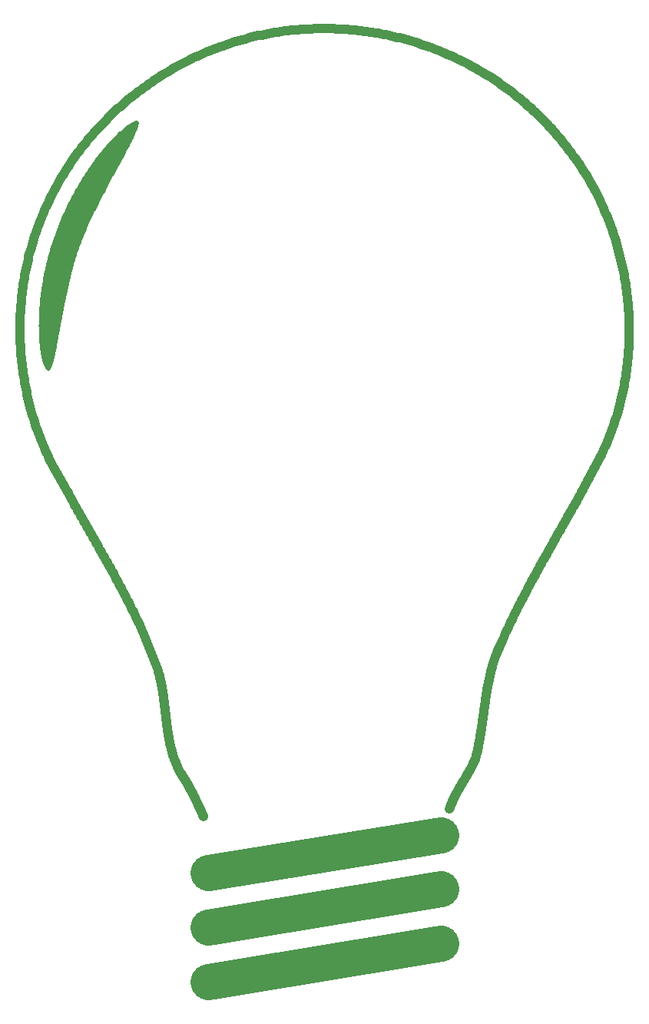
<source format=gto>
G04                                                      *
G04 Greetings!                                           *
G04 This Gerber was generated by PCBmodE, an open source *
G04 PCB design software. Get it here:                    *
G04                                                      *
G04   http://pcbmode.com                                 *
G04                                                      *
G04 Also visit                                           *
G04                                                      *
G04   http://boldport.com                                *
G04                                                      *
G04 and follow @boldport / @pcbmode for updates!         *
G04                                                      *

G04 leading zeros omitted (L); absolute data (A); 6 integer digits and 6 fractional digits *
%FSLAX66Y66*%

G04 mode (MO): millimeters (MM) *
%MOMM*%

G04 Aperture definitions *
%ADD10C,0.001X*%
%ADD11C,0.001X*%
%ADD20C,1.00X*%
%ADD21C,4.00X*%

%LPD*%
D20*
G01X49359646Y-88055410D02*
G01X49359646Y-88055410D01*
G01X49384369Y-87988363D01*
G01X49409230Y-87922013D01*
G01X49434228Y-87856346D01*
G01X49459360Y-87791347D01*
G01X49484626Y-87727004D01*
G01X49510023Y-87663303D01*
G01X49535548Y-87600230D01*
G01X49561201Y-87537772D01*
G01X49586979Y-87475914D01*
G01X49612880Y-87414644D01*
G01X49638903Y-87353947D01*
G01X49665045Y-87293810D01*
G01X49691304Y-87234219D01*
G01X49717679Y-87175161D01*
G01X49744168Y-87116621D01*
G01X49770769Y-87058587D01*
G01X49797479Y-87001044D01*
G01X49824298Y-86943979D01*
G01X49851222Y-86887379D01*
G01X49878250Y-86831228D01*
G01X49905381Y-86775515D01*
G01X49932612Y-86720225D01*
G01X49959941Y-86665345D01*
G01X49987366Y-86610860D01*
G01X50014887Y-86556758D01*
G01X50042499Y-86503024D01*
G01X50070202Y-86449645D01*
G01X50097994Y-86396608D01*
G01X50125873Y-86343898D01*
G01X50153837Y-86291502D01*
G01X50181884Y-86239406D01*
G01X50210011Y-86187597D01*
G01X50238218Y-86136061D01*
G01X50266502Y-86084784D01*
G01X50294861Y-86033753D01*
G01X50323294Y-85982954D01*
G01X50351798Y-85932373D01*
G01X50380372Y-85881997D01*
G01X50409013Y-85831811D01*
G01X50437720Y-85781803D01*
G01X50466491Y-85731959D01*
G01X50495324Y-85682265D01*
G01X50524216Y-85632707D01*
G01X50553167Y-85583272D01*
G01X50582173Y-85533945D01*
G01X50611234Y-85484714D01*
G01X50640347Y-85435565D01*
G01X50669511Y-85386484D01*
G01X50698722Y-85337457D01*
G01X50727981Y-85288471D01*
G01X50757284Y-85239512D01*
G01X50786629Y-85190567D01*
G01X50816015Y-85141621D01*
G01X50845441Y-85092661D01*
G01X50874903Y-85043673D01*
G01X50904399Y-84994645D01*
G01X50933929Y-84945561D01*
G01X50963491Y-84896409D01*
G01X50993081Y-84847174D01*
G01X51022699Y-84797844D01*
G01X51052342Y-84748404D01*
G01X51082008Y-84698841D01*
G01X51111696Y-84649141D01*
G01X51141404Y-84599291D01*
G01X51171129Y-84549276D01*
G01X51200870Y-84499083D01*
G01X51230625Y-84448699D01*
G01X51260392Y-84398110D01*
G01X51290169Y-84347302D01*
G01X51319954Y-84296261D01*
G01X51349746Y-84244974D01*
G01X51379541Y-84193427D01*
G01X51409339Y-84141607D01*
G01X51439137Y-84089500D01*
G01X51468934Y-84037091D01*
G01X51498727Y-83984369D01*
G01X51528515Y-83931318D01*
G01X51558296Y-83877925D01*
G01X51588068Y-83824177D01*
G01X51617828Y-83770060D01*
G01X51647576Y-83715560D01*
G01X51677308Y-83660663D01*
G01X51707024Y-83605357D01*
G01X51736721Y-83549626D01*
G01X51766397Y-83493459D01*
G01X51796051Y-83436840D01*
G01X51825680Y-83379756D01*
G01X51855283Y-83322194D01*
G01X51884857Y-83264140D01*
G01X51914401Y-83205580D01*
G01X51943912Y-83146501D01*
G01X51973390Y-83086888D01*
G01X52002832Y-83026729D01*
G01X52032235Y-82966010D01*
G01X52061599Y-82904716D01*
G01X52090921Y-82842835D01*
G01X52120199Y-82780353D01*
G01X52149432Y-82717255D01*
G01X52178617Y-82653529D01*
G01X52207752Y-82589160D01*
G01X52207752Y-82589160D01*
G01X52207752Y-82589160D01*
G01X52242158Y-82460241D01*
G01X52275712Y-82331117D01*
G01X52308437Y-82201792D01*
G01X52340356Y-82072274D01*
G01X52371491Y-81942566D01*
G01X52401866Y-81812676D01*
G01X52431504Y-81682608D01*
G01X52460427Y-81552369D01*
G01X52488660Y-81421964D01*
G01X52516225Y-81291399D01*
G01X52543144Y-81160679D01*
G01X52569442Y-81029811D01*
G01X52595141Y-80898799D01*
G01X52620264Y-80767650D01*
G01X52644835Y-80636369D01*
G01X52668875Y-80504963D01*
G01X52692409Y-80373436D01*
G01X52715459Y-80241794D01*
G01X52738049Y-80110043D01*
G01X52760201Y-79978189D01*
G01X52781938Y-79846238D01*
G01X52803284Y-79714195D01*
G01X52824262Y-79582065D01*
G01X52844894Y-79449855D01*
G01X52865203Y-79317570D01*
G01X52885214Y-79185216D01*
G01X52904948Y-79052799D01*
G01X52924429Y-78920324D01*
G01X52943680Y-78787797D01*
G01X52962723Y-78655224D01*
G01X52981583Y-78522610D01*
G01X53000281Y-78389961D01*
G01X53018841Y-78257282D01*
G01X53037287Y-78124581D01*
G01X53055640Y-77991861D01*
G01X53073925Y-77859129D01*
G01X53092164Y-77726391D01*
G01X53110380Y-77593651D01*
G01X53128596Y-77460917D01*
G01X53146835Y-77328193D01*
G01X53165121Y-77195486D01*
G01X53183477Y-77062800D01*
G01X53201924Y-76930142D01*
G01X53220487Y-76797518D01*
G01X53239189Y-76664933D01*
G01X53258052Y-76532392D01*
G01X53277100Y-76399901D01*
G01X53296355Y-76267467D01*
G01X53315841Y-76135095D01*
G01X53335581Y-76002790D01*
G01X53355598Y-75870558D01*
G01X53375914Y-75738405D01*
G01X53396553Y-75606337D01*
G01X53417538Y-75474359D01*
G01X53438892Y-75342477D01*
G01X53460638Y-75210697D01*
G01X53482799Y-75079024D01*
G01X53505398Y-74947464D01*
G01X53528459Y-74816022D01*
G01X53552003Y-74684706D01*
G01X53576055Y-74553519D01*
G01X53600637Y-74422468D01*
G01X53625772Y-74291558D01*
G01X53651483Y-74160796D01*
G01X53677794Y-74030186D01*
G01X53704727Y-73899736D01*
G01X53732306Y-73769449D01*
G01X53760553Y-73639332D01*
G01X53789492Y-73509391D01*
G01X53819145Y-73379632D01*
G01X53849536Y-73250059D01*
G01X53880688Y-73120679D01*
G01X53912623Y-72991497D01*
G01X53945365Y-72862520D01*
G01X53978937Y-72733752D01*
G01X54013362Y-72605200D01*
G01X54048663Y-72476869D01*
G01X54084862Y-72348765D01*
G01X54121984Y-72220893D01*
G01X54160050Y-72093260D01*
G01X54199085Y-71965870D01*
G01X54239111Y-71838731D01*
G01X54280151Y-71711846D01*
G01X54322228Y-71585223D01*
G01X54365365Y-71458866D01*
G01X54409586Y-71332782D01*
G01X54454913Y-71206975D01*
G01X54501369Y-71081453D01*
G01X54548978Y-70956220D01*
G01X54597762Y-70831282D01*
G01X54647745Y-70706645D01*
G01X54698949Y-70582315D01*
G01X54751398Y-70458296D01*
G01X54805114Y-70334596D01*
G01X54860122Y-70211220D01*
G01X54916443Y-70088172D01*
G01X54974100Y-69965460D01*
G01X55033118Y-69843088D01*
G01X55093518Y-69721063D01*
G01X55155324Y-69599390D01*
G01X55155324Y-69599390D01*
G01X55155324Y-69599390D01*
G01X55252186Y-69380118D01*
G01X55349783Y-69161222D01*
G01X55448101Y-68942695D01*
G01X55547128Y-68724531D01*
G01X55646851Y-68506723D01*
G01X55747256Y-68289265D01*
G01X55848332Y-68072151D01*
G01X55950064Y-67855372D01*
G01X56052441Y-67638924D01*
G01X56155448Y-67422798D01*
G01X56259074Y-67206990D01*
G01X56363305Y-66991492D01*
G01X56468128Y-66776297D01*
G01X56573531Y-66561399D01*
G01X56679500Y-66346792D01*
G01X56786023Y-66132469D01*
G01X56893087Y-65918423D01*
G01X57000679Y-65704647D01*
G01X57108785Y-65491136D01*
G01X57217394Y-65277882D01*
G01X57326491Y-65064879D01*
G01X57436065Y-64852120D01*
G01X57546102Y-64639600D01*
G01X57656589Y-64427310D01*
G01X57767513Y-64215245D01*
G01X57878862Y-64003398D01*
G01X57990623Y-63791763D01*
G01X58102782Y-63580332D01*
G01X58215327Y-63369100D01*
G01X58328245Y-63158059D01*
G01X58441522Y-62947203D01*
G01X58555147Y-62736526D01*
G01X58669105Y-62526021D01*
G01X58783385Y-62315682D01*
G01X58897973Y-62105501D01*
G01X59012856Y-61895472D01*
G01X59128022Y-61685589D01*
G01X59243457Y-61475845D01*
G01X59359149Y-61266234D01*
G01X59475084Y-61056748D01*
G01X59591250Y-60847382D01*
G01X59707634Y-60638128D01*
G01X59824223Y-60428981D01*
G01X59941004Y-60219933D01*
G01X60057964Y-60010978D01*
G01X60175090Y-59802109D01*
G01X60292369Y-59593321D01*
G01X60409788Y-59384605D01*
G01X60527335Y-59175956D01*
G01X60644996Y-58967368D01*
G01X60762759Y-58758832D01*
G01X60880611Y-58550344D01*
G01X60998538Y-58341896D01*
G01X61116528Y-58133482D01*
G01X61234568Y-57925095D01*
G01X61352645Y-57716728D01*
G01X61470746Y-57508375D01*
G01X61588858Y-57300030D01*
G01X61706969Y-57091686D01*
G01X61825064Y-56883336D01*
G01X61943132Y-56674974D01*
G01X62061160Y-56466592D01*
G01X62179134Y-56258186D01*
G01X62297042Y-56049747D01*
G01X62414870Y-55841270D01*
G01X62532607Y-55632747D01*
G01X62650238Y-55424172D01*
G01X62767751Y-55215539D01*
G01X62885133Y-55006842D01*
G01X63002372Y-54798072D01*
G01X63119454Y-54589225D01*
G01X63236365Y-54380292D01*
G01X63353095Y-54171269D01*
G01X63469629Y-53962147D01*
G01X63585954Y-53752921D01*
G01X63702058Y-53543584D01*
G01X63817928Y-53334130D01*
G01X63933550Y-53124551D01*
G01X64048913Y-52914841D01*
G01X64164002Y-52704994D01*
G01X64278806Y-52495003D01*
G01X64393311Y-52284862D01*
G01X64507504Y-52074563D01*
G01X64621372Y-51864101D01*
G01X64734902Y-51653468D01*
G01X64848083Y-51442659D01*
G01X64960899Y-51231666D01*
G01X65073340Y-51020483D01*
G01X65185391Y-50809103D01*
G01X65297040Y-50597521D01*
G01X65408273Y-50385728D01*
G01X65519079Y-50173719D01*
G01X65629444Y-49961487D01*
G01X65739355Y-49749026D01*
G01X65848799Y-49536329D01*
G01X65957764Y-49323389D01*
G01X66066236Y-49110199D01*
G01X66174202Y-48896754D01*
G01X66281650Y-48683047D01*
G01X66388567Y-48469070D01*
G01X66388567Y-48469070D01*
G01X66388567Y-48469070D01*
G01X66532494Y-48146695D01*
G01X66672545Y-47822834D01*
G01X66808724Y-47497526D01*
G01X66941037Y-47170810D01*
G01X67069487Y-46842726D01*
G01X67194080Y-46513314D01*
G01X67314821Y-46182612D01*
G01X67431715Y-45850659D01*
G01X67544765Y-45517496D01*
G01X67653978Y-45183161D01*
G01X67759357Y-44847694D01*
G01X67860908Y-44511134D01*
G01X67958635Y-44173521D01*
G01X68052544Y-43834893D01*
G01X68142638Y-43495290D01*
G01X68228924Y-43154752D01*
G01X68311405Y-42813317D01*
G01X68390086Y-42471025D01*
G01X68464972Y-42127916D01*
G01X68536069Y-41784028D01*
G01X68603380Y-41439402D01*
G01X68666911Y-41094075D01*
G01X68726666Y-40748089D01*
G01X68782650Y-40401481D01*
G01X68834868Y-40054291D01*
G01X68883325Y-39706559D01*
G01X68928026Y-39358325D01*
G01X68968975Y-39009626D01*
G01X69006177Y-38660503D01*
G01X69039637Y-38310994D01*
G01X69069359Y-37961140D01*
G01X69095349Y-37610980D01*
G01X69117612Y-37260552D01*
G01X69136151Y-36909897D01*
G01X69150973Y-36559053D01*
G01X69162081Y-36208060D01*
G01X69169481Y-35856957D01*
G01X69173177Y-35505783D01*
G01X69173174Y-35154578D01*
G01X69169477Y-34803382D01*
G01X69162091Y-34452233D01*
G01X69151020Y-34101170D01*
G01X69136269Y-33750234D01*
G01X69117844Y-33399463D01*
G01X69095748Y-33048897D01*
G01X69069987Y-32698575D01*
G01X69040566Y-32348536D01*
G01X69007488Y-31998820D01*
G01X68970760Y-31649466D01*
G01X68930386Y-31300514D01*
G01X68886370Y-30952002D01*
G01X68838718Y-30603970D01*
G01X68787434Y-30256457D01*
G01X68732523Y-29909503D01*
G01X68673990Y-29563147D01*
G01X68611839Y-29217429D01*
G01X68546076Y-28872386D01*
G01X68476705Y-28528060D01*
G01X68403731Y-28184489D01*
G01X68327159Y-27841713D01*
G01X68246994Y-27499771D01*
G01X68163240Y-27158701D01*
G01X68075902Y-26818545D01*
G01X67984985Y-26479340D01*
G01X67890494Y-26141126D01*
G01X67792433Y-25803943D01*
G01X67690808Y-25467830D01*
G01X67585623Y-25132826D01*
G01X67476883Y-24798970D01*
G01X67364593Y-24466302D01*
G01X67248757Y-24134862D01*
G01X67129381Y-23804687D01*
G01X67006469Y-23475819D01*
G01X66880026Y-23148296D01*
G01X66750056Y-22822157D01*
G01X66616565Y-22497442D01*
G01X66479558Y-22174189D01*
G01X66339038Y-21852440D01*
G01X66195012Y-21532232D01*
G01X66047483Y-21213605D01*
G01X65896457Y-20896598D01*
G01X65741938Y-20581251D01*
G01X65583931Y-20267603D01*
G01X65422441Y-19955694D01*
G01X65257473Y-19645562D01*
G01X65089032Y-19337247D01*
G01X64917121Y-19030788D01*
G01X64741747Y-18726225D01*
G01X64562914Y-18423597D01*
G01X64380626Y-18122943D01*
G01X64194889Y-17824303D01*
G01X64005707Y-17527715D01*
G01X63813085Y-17233220D01*
G01X63617028Y-16940857D01*
G01X63417541Y-16650664D01*
G01X63214628Y-16362681D01*
G01X63008294Y-16076949D01*
G01X62798545Y-15793504D01*
G01X62585384Y-15512388D01*
G01X62368817Y-15233640D01*
G01X62368817Y-15233640D01*
G01X62368817Y-15233640D01*
G01X62177929Y-14986346D01*
G01X61984823Y-14741073D01*
G01X61789521Y-14497831D01*
G01X61592042Y-14256628D01*
G01X61392408Y-14017475D01*
G01X61190638Y-13780382D01*
G01X60986753Y-13545358D01*
G01X60780774Y-13312413D01*
G01X60572721Y-13081557D01*
G01X60362614Y-12852800D01*
G01X60150474Y-12626151D01*
G01X59936322Y-12401620D01*
G01X59720177Y-12179216D01*
G01X59502060Y-11958951D01*
G01X59281992Y-11740833D01*
G01X59059993Y-11524871D01*
G01X58836084Y-11311077D01*
G01X58610285Y-11099459D01*
G01X58382616Y-10890028D01*
G01X58153098Y-10682793D01*
G01X57921752Y-10477763D01*
G01X57688597Y-10274949D01*
G01X57453655Y-10074361D01*
G01X57216945Y-9876007D01*
G01X56978489Y-9679898D01*
G01X56738306Y-9486044D01*
G01X56496417Y-9294455D01*
G01X56252843Y-9105139D01*
G01X56007604Y-8918107D01*
G01X55760720Y-8733369D01*
G01X55512212Y-8550934D01*
G01X55262101Y-8370812D01*
G01X55010406Y-8193013D01*
G01X54757148Y-8017546D01*
G01X54502348Y-7844422D01*
G01X54246027Y-7673650D01*
G01X53988203Y-7505240D01*
G01X53728899Y-7339201D01*
G01X53468134Y-7175544D01*
G01X53205930Y-7014278D01*
G01X52942305Y-6855413D01*
G01X52677282Y-6698958D01*
G01X52410879Y-6544923D01*
G01X52143119Y-6393319D01*
G01X51874021Y-6244154D01*
G01X51603605Y-6097439D01*
G01X51331892Y-5953184D01*
G01X51058903Y-5811397D01*
G01X50784658Y-5672089D01*
G01X50509177Y-5535270D01*
G01X50232481Y-5400949D01*
G01X49954591Y-5269136D01*
G01X49675526Y-5139841D01*
G01X49395308Y-5013074D01*
G01X49113956Y-4888844D01*
G01X48831491Y-4767161D01*
G01X48547934Y-4648035D01*
G01X48263305Y-4531475D01*
G01X47977624Y-4417492D01*
G01X47690913Y-4306095D01*
G01X47403190Y-4197294D01*
G01X47114478Y-4091098D01*
G01X46824796Y-3987517D01*
G01X46534164Y-3886562D01*
G01X46242604Y-3788241D01*
G01X45950136Y-3692566D01*
G01X45656779Y-3599544D01*
G01X45362555Y-3509186D01*
G01X45067484Y-3421503D01*
G01X44771587Y-3336502D01*
G01X44474883Y-3254196D01*
G01X44177394Y-3174592D01*
G01X43879139Y-3097701D01*
G01X43580140Y-3023533D01*
G01X43280416Y-2952097D01*
G01X42979989Y-2883403D01*
G01X42678878Y-2817460D01*
G01X42377104Y-2754280D01*
G01X42074688Y-2693871D01*
G01X41771649Y-2636243D01*
G01X41468009Y-2581405D01*
G01X41163788Y-2529368D01*
G01X40859006Y-2480142D01*
G01X40553684Y-2433736D01*
G01X40247842Y-2390159D01*
G01X39941501Y-2349422D01*
G01X39634680Y-2311535D01*
G01X39327402Y-2276506D01*
G01X39019685Y-2244346D01*
G01X38711551Y-2215065D01*
G01X38403019Y-2188672D01*
G01X38094111Y-2165178D01*
G01X37784847Y-2144591D01*
G01X37475247Y-2126921D01*
G01X37165332Y-2112179D01*
G01X36855121Y-2100374D01*
G01X36544637Y-2091516D01*
G01X36233898Y-2085614D01*
G01X35922926Y-2082679D01*
G01X35611741Y-2082720D01*
G01X35611741Y-2082720D01*
G01X35611741Y-2082720D01*
G01X35241958Y-2080230D01*
G01X34872378Y-2082169D01*
G01X34503039Y-2088514D01*
G01X34133979Y-2099245D01*
G01X33765233Y-2114338D01*
G01X33396841Y-2133773D01*
G01X33028837Y-2157526D01*
G01X32661261Y-2185575D01*
G01X32294149Y-2217900D01*
G01X31927538Y-2254476D01*
G01X31561466Y-2295284D01*
G01X31195969Y-2340300D01*
G01X30831085Y-2389502D01*
G01X30466851Y-2442868D01*
G01X30103305Y-2500377D01*
G01X29740483Y-2562006D01*
G01X29378422Y-2627734D01*
G01X29017161Y-2697537D01*
G01X28656735Y-2771395D01*
G01X28297183Y-2849284D01*
G01X27938541Y-2931184D01*
G01X27580847Y-3017071D01*
G01X27224137Y-3106924D01*
G01X26868450Y-3200722D01*
G01X26513822Y-3298440D01*
G01X26160290Y-3400059D01*
G01X25807892Y-3505555D01*
G01X25456665Y-3614907D01*
G01X25106645Y-3728092D01*
G01X24757871Y-3845089D01*
G01X24410380Y-3965875D01*
G01X24064208Y-4090428D01*
G01X23719392Y-4218727D01*
G01X23375971Y-4350749D01*
G01X23033981Y-4486472D01*
G01X22693459Y-4625875D01*
G01X22354443Y-4768934D01*
G01X22016970Y-4915629D01*
G01X21681076Y-5065936D01*
G01X21346800Y-5219835D01*
G01X21014178Y-5377302D01*
G01X20683248Y-5538316D01*
G01X20354046Y-5702855D01*
G01X20026611Y-5870896D01*
G01X19700978Y-6042419D01*
G01X19377186Y-6217399D01*
G01X19055272Y-6395817D01*
G01X18735272Y-6577649D01*
G01X18417224Y-6762873D01*
G01X18101165Y-6951467D01*
G01X17787133Y-7143410D01*
G01X17475164Y-7338680D01*
G01X17165296Y-7537253D01*
G01X16857566Y-7739109D01*
G01X16552010Y-7944224D01*
G01X16248668Y-8152578D01*
G01X15947574Y-8364148D01*
G01X15648768Y-8578911D01*
G01X15352285Y-8796847D01*
G01X15058163Y-9017932D01*
G01X14766440Y-9242145D01*
G01X14477152Y-9469464D01*
G01X14190337Y-9699866D01*
G01X13906032Y-9933331D01*
G01X13624273Y-10169834D01*
G01X13345099Y-10409355D01*
G01X13068547Y-10651872D01*
G01X12794653Y-10897362D01*
G01X12523455Y-11145803D01*
G01X12254990Y-11397174D01*
G01X11989296Y-11651451D01*
G01X11726408Y-11908614D01*
G01X11466366Y-12168640D01*
G01X11209205Y-12431507D01*
G01X10954964Y-12697193D01*
G01X10703678Y-12965676D01*
G01X10455386Y-13236934D01*
G01X10210125Y-13510945D01*
G01X9967931Y-13787687D01*
G01X9728843Y-14067137D01*
G01X9492896Y-14349274D01*
G01X9260130Y-14634075D01*
G01X9030579Y-14921520D01*
G01X8804283Y-15211584D01*
G01X8581277Y-15504247D01*
G01X8361600Y-15799487D01*
G01X8145288Y-16097281D01*
G01X7932379Y-16397607D01*
G01X7722909Y-16700443D01*
G01X7516917Y-17005767D01*
G01X7314439Y-17313558D01*
G01X7115512Y-17623793D01*
G01X6920173Y-17936449D01*
G01X6728461Y-18251506D01*
G01X6540411Y-18568941D01*
G01X6356061Y-18888731D01*
G01X6175449Y-19210855D01*
G01X5998612Y-19535291D01*
G01X5825586Y-19862017D01*
G01X5656409Y-20191010D01*
G01X5656409Y-20191010D01*
G01X5656409Y-20191010D01*
G01X5497432Y-20495429D01*
G01X5342040Y-20801463D01*
G01X5190229Y-21109076D01*
G01X5041998Y-21418233D01*
G01X4897343Y-21728898D01*
G01X4756262Y-22041034D01*
G01X4618753Y-22354605D01*
G01X4484813Y-22669576D01*
G01X4354439Y-22985911D01*
G01X4227629Y-23303573D01*
G01X4104381Y-23622526D01*
G01X3984691Y-23942735D01*
G01X3868558Y-24264164D01*
G01X3755979Y-24586775D01*
G01X3646950Y-24910535D01*
G01X3541471Y-25235406D01*
G01X3439537Y-25561352D01*
G01X3341147Y-25888338D01*
G01X3246298Y-26216327D01*
G01X3154987Y-26545283D01*
G01X3067212Y-26875171D01*
G01X2982970Y-27205955D01*
G01X2902260Y-27537598D01*
G01X2825077Y-27870064D01*
G01X2751420Y-28203318D01*
G01X2681286Y-28537323D01*
G01X2614673Y-28872044D01*
G01X2551578Y-29207444D01*
G01X2491998Y-29543488D01*
G01X2435932Y-29880138D01*
G01X2383375Y-30217361D01*
G01X2334327Y-30555119D01*
G01X2288784Y-30893376D01*
G01X2246743Y-31232096D01*
G01X2208203Y-31571244D01*
G01X2173160Y-31910784D01*
G01X2141613Y-32250679D01*
G01X2113558Y-32590893D01*
G01X2088993Y-32931390D01*
G01X2067915Y-33272135D01*
G01X2050322Y-33613092D01*
G01X2036212Y-33954224D01*
G01X2025581Y-34295495D01*
G01X2018428Y-34636869D01*
G01X2014749Y-34978311D01*
G01X2014543Y-35319784D01*
G01X2017806Y-35661253D01*
G01X2024536Y-36002681D01*
G01X2034731Y-36344032D01*
G01X2048387Y-36685271D01*
G01X2065503Y-37026361D01*
G01X2086076Y-37367267D01*
G01X2110103Y-37707952D01*
G01X2137582Y-38048380D01*
G01X2168510Y-38388515D01*
G01X2202885Y-38728322D01*
G01X2240703Y-39067764D01*
G01X2281964Y-39406806D01*
G01X2326663Y-39745411D01*
G01X2374799Y-40083543D01*
G01X2426368Y-40421166D01*
G01X2481369Y-40758245D01*
G01X2539799Y-41094744D01*
G01X2601655Y-41430625D01*
G01X2666935Y-41765854D01*
G01X2735636Y-42100394D01*
G01X2807756Y-42434209D01*
G01X2883291Y-42767264D01*
G01X2962240Y-43099522D01*
G01X3044601Y-43430948D01*
G01X3130369Y-43761504D01*
G01X3219543Y-44091156D01*
G01X3312121Y-44419868D01*
G01X3408099Y-44747602D01*
G01X3507476Y-45074324D01*
G01X3610248Y-45399997D01*
G01X3716414Y-45724585D01*
G01X3825970Y-46048053D01*
G01X3938914Y-46370364D01*
G01X4055243Y-46691482D01*
G01X4174955Y-47011372D01*
G01X4298048Y-47329997D01*
G01X4424519Y-47647321D01*
G01X4554364Y-47963308D01*
G01X4687583Y-48277923D01*
G01X4824172Y-48591128D01*
G01X4964128Y-48902889D01*
G01X5107449Y-49213170D01*
G01X5254133Y-49521933D01*
G01X5404177Y-49829144D01*
G01X5557578Y-50134766D01*
G01X5714334Y-50438763D01*
G01X5874443Y-50741100D01*
G01X6037901Y-51041740D01*
G01X6204707Y-51340647D01*
G01X6374857Y-51637785D01*
G01X6548349Y-51933118D01*
G01X6725181Y-52226611D01*
G01X6905350Y-52518227D01*
G01X7088853Y-52807930D01*
G01X7088853Y-52807930D01*
G01X7088853Y-52807930D01*
G01X7195755Y-53007354D01*
G01X7303060Y-53206620D01*
G01X7410754Y-53405737D01*
G01X7518822Y-53604710D01*
G01X7627247Y-53803545D01*
G01X7736014Y-54002250D01*
G01X7845109Y-54200831D01*
G01X7954515Y-54399295D01*
G01X8064217Y-54597648D01*
G01X8174200Y-54795896D01*
G01X8284448Y-54994047D01*
G01X8394947Y-55192107D01*
G01X8505680Y-55390082D01*
G01X8616632Y-55587979D01*
G01X8727788Y-55785804D01*
G01X8839133Y-55983565D01*
G01X8950650Y-56181267D01*
G01X9062325Y-56378918D01*
G01X9174143Y-56576524D01*
G01X9286087Y-56774090D01*
G01X9398143Y-56971625D01*
G01X9510294Y-57169135D01*
G01X9622527Y-57366625D01*
G01X9734824Y-57564103D01*
G01X9847172Y-57761576D01*
G01X9959554Y-57959049D01*
G01X10071955Y-58156530D01*
G01X10184360Y-58354024D01*
G01X10296753Y-58551539D01*
G01X10409119Y-58749081D01*
G01X10521442Y-58946657D01*
G01X10633708Y-59144273D01*
G01X10745900Y-59341936D01*
G01X10858004Y-59539652D01*
G01X10970003Y-59737428D01*
G01X11081883Y-59935271D01*
G01X11193628Y-60133187D01*
G01X11305223Y-60331182D01*
G01X11416652Y-60529264D01*
G01X11527901Y-60727438D01*
G01X11638952Y-60925711D01*
G01X11749792Y-61124091D01*
G01X11860405Y-61322583D01*
G01X11970775Y-61521194D01*
G01X12080887Y-61719931D01*
G01X12190725Y-61918800D01*
G01X12300275Y-62117808D01*
G01X12409521Y-62316961D01*
G01X12518447Y-62516265D01*
G01X12627038Y-62715729D01*
G01X12735278Y-62915357D01*
G01X12843153Y-63115157D01*
G01X12950646Y-63315135D01*
G01X13057743Y-63515298D01*
G01X13164428Y-63715652D01*
G01X13270686Y-63916204D01*
G01X13376500Y-64116961D01*
G01X13481857Y-64317929D01*
G01X13586740Y-64519114D01*
G01X13691134Y-64720523D01*
G01X13795024Y-64922163D01*
G01X13898394Y-65124040D01*
G01X14001229Y-65326161D01*
G01X14103513Y-65528533D01*
G01X14205232Y-65731162D01*
G01X14306369Y-65934054D01*
G01X14406909Y-66137216D01*
G01X14506837Y-66340655D01*
G01X14606138Y-66544377D01*
G01X14704796Y-66748389D01*
G01X14802795Y-66952698D01*
G01X14900121Y-67157309D01*
G01X14996758Y-67362230D01*
G01X15092690Y-67567468D01*
G01X15187902Y-67773027D01*
G01X15282379Y-67978916D01*
G01X15376106Y-68185141D01*
G01X15469066Y-68391709D01*
G01X15561245Y-68598625D01*
G01X15652627Y-68805897D01*
G01X15743197Y-69013531D01*
G01X15832939Y-69221533D01*
G01X15921838Y-69429911D01*
G01X16009879Y-69638671D01*
G01X16097045Y-69847819D01*
G01X16183323Y-70057361D01*
G01X16268696Y-70267306D01*
G01X16353149Y-70477658D01*
G01X16436666Y-70688426D01*
G01X16519233Y-70899614D01*
G01X16600834Y-71111230D01*
G01X16681453Y-71323281D01*
G01X16761075Y-71535772D01*
G01X16839684Y-71748711D01*
G01X16917266Y-71962104D01*
G01X16993804Y-72175958D01*
G01X17069284Y-72390279D01*
G01X17143690Y-72605073D01*
G01X17217007Y-72820348D01*
G01X17289219Y-73036110D01*
G01X17289219Y-73036110D01*
G01X17289219Y-73036110D01*
G01X17319825Y-73143757D01*
G01X17349547Y-73251647D01*
G01X17378408Y-73359772D01*
G01X17406431Y-73468128D01*
G01X17433638Y-73576707D01*
G01X17460051Y-73685503D01*
G01X17485695Y-73794510D01*
G01X17510590Y-73903721D01*
G01X17534760Y-74013130D01*
G01X17558227Y-74122730D01*
G01X17581013Y-74232516D01*
G01X17603142Y-74342480D01*
G01X17624637Y-74452617D01*
G01X17645518Y-74562920D01*
G01X17665810Y-74673383D01*
G01X17685534Y-74783999D01*
G01X17704714Y-74894762D01*
G01X17723372Y-75005665D01*
G01X17741530Y-75116703D01*
G01X17759212Y-75227868D01*
G01X17776439Y-75339155D01*
G01X17793234Y-75450557D01*
G01X17809621Y-75562067D01*
G01X17825621Y-75673680D01*
G01X17841257Y-75785389D01*
G01X17856551Y-75897187D01*
G01X17871527Y-76009068D01*
G01X17886207Y-76121027D01*
G01X17900613Y-76233055D01*
G01X17914768Y-76345148D01*
G01X17928695Y-76457298D01*
G01X17942416Y-76569500D01*
G01X17955954Y-76681746D01*
G01X17969331Y-76794031D01*
G01X17982571Y-76906349D01*
G01X17995695Y-77018692D01*
G01X18008726Y-77131054D01*
G01X18021687Y-77243430D01*
G01X18034600Y-77355812D01*
G01X18047488Y-77468194D01*
G01X18060374Y-77580570D01*
G01X18073280Y-77692934D01*
G01X18086229Y-77805279D01*
G01X18099243Y-77917599D01*
G01X18112346Y-78029887D01*
G01X18125558Y-78142138D01*
G01X18138904Y-78254343D01*
G01X18152406Y-78366499D01*
G01X18166085Y-78478597D01*
G01X18179966Y-78590631D01*
G01X18194070Y-78702596D01*
G01X18208421Y-78814485D01*
G01X18223040Y-78926290D01*
G01X18237950Y-79038007D01*
G01X18253174Y-79149629D01*
G01X18268735Y-79261149D01*
G01X18284655Y-79372561D01*
G01X18300956Y-79483858D01*
G01X18317662Y-79595034D01*
G01X18334794Y-79706083D01*
G01X18352376Y-79816999D01*
G01X18370430Y-79927775D01*
G01X18388979Y-80038404D01*
G01X18408045Y-80148880D01*
G01X18427650Y-80259198D01*
G01X18447818Y-80369350D01*
G01X18468571Y-80479330D01*
G01X18489932Y-80589132D01*
G01X18511923Y-80698749D01*
G01X18534566Y-80808175D01*
G01X18557885Y-80917404D01*
G01X18581902Y-81026429D01*
G01X18606639Y-81135244D01*
G01X18632120Y-81243843D01*
G01X18658366Y-81352218D01*
G01X18685401Y-81460365D01*
G01X18713247Y-81568276D01*
G01X18741926Y-81675944D01*
G01X18771461Y-81783365D01*
G01X18801875Y-81890530D01*
G01X18833190Y-81997435D01*
G01X18865429Y-82104072D01*
G01X18898615Y-82210435D01*
G01X18932770Y-82316518D01*
G01X18967916Y-82422315D01*
G01X19004077Y-82527818D01*
G01X19041274Y-82633022D01*
G01X19079531Y-82737920D01*
G01X19118870Y-82842506D01*
G01X19159314Y-82946774D01*
G01X19200885Y-83050717D01*
G01X19243605Y-83154328D01*
G01X19287499Y-83257602D01*
G01X19332587Y-83360532D01*
G01X19378892Y-83463111D01*
G01X19426438Y-83565334D01*
G01X19475247Y-83667194D01*
G01X19525341Y-83768684D01*
G01X19576743Y-83869798D01*
G01X19629476Y-83970530D01*
G01X19629476Y-83970530D01*
G01X19629476Y-83970530D01*
G01X19660886Y-84016991D01*
G01X19692162Y-84063536D01*
G01X19723304Y-84110166D01*
G01X19754313Y-84156879D01*
G01X19785190Y-84203675D01*
G01X19815936Y-84250553D01*
G01X19846552Y-84297512D01*
G01X19877038Y-84344552D01*
G01X19907397Y-84391672D01*
G01X19937627Y-84438871D01*
G01X19967731Y-84486148D01*
G01X19997709Y-84533503D01*
G01X20027562Y-84580935D01*
G01X20057291Y-84628443D01*
G01X20086896Y-84676027D01*
G01X20116379Y-84723686D01*
G01X20145741Y-84771418D01*
G01X20174982Y-84819224D01*
G01X20204103Y-84867103D01*
G01X20233105Y-84915054D01*
G01X20261989Y-84963075D01*
G01X20290756Y-85011167D01*
G01X20319407Y-85059329D01*
G01X20347942Y-85107560D01*
G01X20376363Y-85155859D01*
G01X20404669Y-85204226D01*
G01X20432863Y-85252659D01*
G01X20460945Y-85301158D01*
G01X20488916Y-85349723D01*
G01X20516777Y-85398353D01*
G01X20544528Y-85447046D01*
G01X20572170Y-85495803D01*
G01X20599705Y-85544622D01*
G01X20627133Y-85593503D01*
G01X20654456Y-85642444D01*
G01X20681673Y-85691446D01*
G01X20708786Y-85740508D01*
G01X20735795Y-85789628D01*
G01X20762703Y-85838807D01*
G01X20789508Y-85888043D01*
G01X20816213Y-85937336D01*
G01X20842818Y-85986684D01*
G01X20869324Y-86036088D01*
G01X20895732Y-86085546D01*
G01X20922042Y-86135058D01*
G01X20948256Y-86184623D01*
G01X20974375Y-86234240D01*
G01X21000399Y-86283909D01*
G01X21026329Y-86333629D01*
G01X21052166Y-86383399D01*
G01X21077912Y-86433218D01*
G01X21103565Y-86483086D01*
G01X21129129Y-86533002D01*
G01X21154603Y-86582965D01*
G01X21179989Y-86632975D01*
G01X21205287Y-86683030D01*
G01X21230498Y-86733130D01*
G01X21255622Y-86783275D01*
G01X21280662Y-86833463D01*
G01X21305618Y-86883695D01*
G01X21330490Y-86933968D01*
G01X21355280Y-86984283D01*
G01X21379987Y-87034638D01*
G01X21404615Y-87085034D01*
G01X21429162Y-87135468D01*
G01X21453630Y-87185942D01*
G01X21478020Y-87236453D01*
G01X21502332Y-87287001D01*
G01X21526568Y-87337585D01*
G01X21550729Y-87388205D01*
G01X21574815Y-87438860D01*
G01X21598827Y-87489549D01*
G01X21622766Y-87540272D01*
G01X21646632Y-87591027D01*
G01X21670428Y-87641814D01*
G01X21694153Y-87692633D01*
G01X21717808Y-87743482D01*
G01X21741395Y-87794361D01*
G01X21764914Y-87845269D01*
G01X21788367Y-87896205D01*
G01X21811753Y-87947169D01*
G01X21835073Y-87998160D01*
G01X21858330Y-88049177D01*
G01X21881523Y-88100219D01*
G01X21904653Y-88151286D01*
G01X21927722Y-88202378D01*
G01X21950730Y-88253492D01*
G01X21973678Y-88304629D01*
G01X21996567Y-88355788D01*
G01X22019397Y-88406968D01*
G01X22042170Y-88458169D01*
G01X22064887Y-88509389D01*
G01X22087547Y-88560628D01*
G01X22110153Y-88611885D01*
G01X22132705Y-88663160D01*
G01X22155204Y-88714451D01*
G01X22177651Y-88765759D01*
G01X22200047Y-88817081D01*
G01X22222392Y-88868419D01*
G01X22244687Y-88919770D01*
G01X22244687Y-88919770D01*
D21*
G01X22751155Y-101089385D02*
G01X48436566Y-96910615D01*
D21*
G01X22751155Y-107089385D02*
G01X48436566Y-102910615D01*
D21*
G01X22751155Y-95089385D02*
G01X48436566Y-90910615D01*
G36*
G01X8687321Y-25833588D02*
G01X8687321Y-25833588D01*
G01X8623037Y-26008034D01*
G01X8559746Y-26184034D01*
G01X8497434Y-26361519D01*
G01X8436088Y-26540421D01*
G01X8375697Y-26720669D01*
G01X8316245Y-26902194D01*
G01X8257722Y-27084927D01*
G01X8200114Y-27268798D01*
G01X8143407Y-27453739D01*
G01X8087590Y-27639679D01*
G01X8032648Y-27826550D01*
G01X7978570Y-28014283D01*
G01X7925343Y-28202807D01*
G01X7872952Y-28392054D01*
G01X7821387Y-28581954D01*
G01X7770633Y-28772438D01*
G01X7720677Y-28963436D01*
G01X7671508Y-29154880D01*
G01X7623111Y-29346700D01*
G01X7575474Y-29538826D01*
G01X7528584Y-29731190D01*
G01X7482429Y-29923722D01*
G01X7436994Y-30116352D01*
G01X7392268Y-30309011D01*
G01X7348238Y-30501631D01*
G01X7304889Y-30694141D01*
G01X7262211Y-30886473D01*
G01X7220189Y-31078556D01*
G01X7178811Y-31270322D01*
G01X7138064Y-31461702D01*
G01X7097935Y-31652625D01*
G01X7058410Y-31843024D01*
G01X7019478Y-32032827D01*
G01X6981126Y-32221967D01*
G01X6943339Y-32410373D01*
G01X6906106Y-32597977D01*
G01X6869413Y-32784709D01*
G01X6833248Y-32970499D01*
G01X6797598Y-33155279D01*
G01X6762449Y-33338979D01*
G01X6727790Y-33521529D01*
G01X6693606Y-33702861D01*
G01X6659885Y-33882906D01*
G01X6626614Y-34061592D01*
G01X6593781Y-34238853D01*
G01X6561372Y-34414617D01*
G01X6529374Y-34588816D01*
G01X6497775Y-34761381D01*
G01X6466561Y-34932242D01*
G01X6435720Y-35101329D01*
G01X6405239Y-35268574D01*
G01X6375105Y-35433907D01*
G01X6345304Y-35597259D01*
G01X6315825Y-35758561D01*
G01X6286653Y-35917742D01*
G01X6257777Y-36074735D01*
G01X6229183Y-36229469D01*
G01X6200859Y-36381875D01*
G01X6172791Y-36531884D01*
G01X6144967Y-36679426D01*
G01X6117373Y-36824433D01*
G01X6089997Y-36966834D01*
G01X6062826Y-37106561D01*
G01X6035846Y-37243544D01*
G01X6009046Y-37377715D01*
G01X5982412Y-37509002D01*
G01X5955931Y-37637338D01*
G01X5929591Y-37762653D01*
G01X5903377Y-37884877D01*
G01X5877278Y-38003942D01*
G01X5851281Y-38119777D01*
G01X5825373Y-38232314D01*
G01X5799540Y-38341484D01*
G01X5773770Y-38447216D01*
G01X5748050Y-38549442D01*
G01X5722366Y-38648092D01*
G01X5696707Y-38743097D01*
G01X5671059Y-38834388D01*
G01X5645410Y-38921895D01*
G01X5619746Y-39005549D01*
G01X5594054Y-39085281D01*
G01X5568322Y-39161021D01*
G01X5542536Y-39232700D01*
G01X5516684Y-39300248D01*
G01X5490753Y-39363597D01*
G01X5464730Y-39422677D01*
G01X5438602Y-39477419D01*
G01X5412356Y-39527753D01*
G01X5385979Y-39573610D01*
G01X5359458Y-39614920D01*
G01X5332781Y-39651615D01*
G01X5305934Y-39683625D01*
G01X5278905Y-39710881D01*
G01X5251680Y-39733313D01*
G01X5224247Y-39750852D01*
G01X5196593Y-39763429D01*
G01X5168705Y-39770975D01*
G01X5140569Y-39773419D01*
G01X5112174Y-39770693D01*
G01X5083506Y-39762728D01*
G01X5083506Y-39762728D01*
G01X5083506Y-39762728D01*
G01X5054680Y-39750110D01*
G01X5025835Y-39733496D01*
G01X4996995Y-39712922D01*
G01X4968184Y-39688424D01*
G01X4939425Y-39660039D01*
G01X4910743Y-39627802D01*
G01X4882161Y-39591749D01*
G01X4853703Y-39551917D01*
G01X4825393Y-39508342D01*
G01X4797255Y-39461059D01*
G01X4769312Y-39410105D01*
G01X4741588Y-39355515D01*
G01X4714108Y-39297327D01*
G01X4686894Y-39235575D01*
G01X4659971Y-39170297D01*
G01X4633362Y-39101527D01*
G01X4607092Y-39029303D01*
G01X4581184Y-38953660D01*
G01X4555662Y-38874633D01*
G01X4530550Y-38792261D01*
G01X4505871Y-38706577D01*
G01X4481649Y-38617619D01*
G01X4457909Y-38525423D01*
G01X4434674Y-38430024D01*
G01X4411967Y-38331459D01*
G01X4389814Y-38229763D01*
G01X4368236Y-38124973D01*
G01X4347259Y-38017125D01*
G01X4326906Y-37906255D01*
G01X4307200Y-37792399D01*
G01X4288166Y-37675592D01*
G01X4269828Y-37555872D01*
G01X4252209Y-37433274D01*
G01X4235333Y-37307835D01*
G01X4219224Y-37179589D01*
G01X4203906Y-37048574D01*
G01X4189402Y-36914825D01*
G01X4175736Y-36778379D01*
G01X4162933Y-36639271D01*
G01X4151015Y-36497538D01*
G01X4140008Y-36353215D01*
G01X4129934Y-36206339D01*
G01X4120817Y-36056946D01*
G01X4112681Y-35905072D01*
G01X4105550Y-35750753D01*
G01X4099448Y-35594025D01*
G01X4094399Y-35434924D01*
G01X4090426Y-35273486D01*
G01X4087554Y-35109747D01*
G01X4085805Y-34943743D01*
G01X4085204Y-34775511D01*
G01X4085775Y-34605086D01*
G01X4087541Y-34432504D01*
G01X4090527Y-34257802D01*
G01X4094755Y-34081016D01*
G01X4100251Y-33902181D01*
G01X4107037Y-33721334D01*
G01X4115138Y-33538511D01*
G01X4124577Y-33353747D01*
G01X4135378Y-33167079D01*
G01X4147565Y-32978544D01*
G01X4161162Y-32788176D01*
G01X4176192Y-32596013D01*
G01X4192680Y-32402089D01*
G01X4210648Y-32206442D01*
G01X4230122Y-32009107D01*
G01X4251125Y-31810121D01*
G01X4273680Y-31609519D01*
G01X4297812Y-31407337D01*
G01X4323543Y-31203612D01*
G01X4350899Y-30998380D01*
G01X4379903Y-30791676D01*
G01X4410578Y-30583537D01*
G01X4442949Y-30373999D01*
G01X4477039Y-30163097D01*
G01X4512872Y-29950869D01*
G01X4550472Y-29737350D01*
G01X4589863Y-29522575D01*
G01X4631068Y-29306582D01*
G01X4674111Y-29089406D01*
G01X4719017Y-28871083D01*
G01X4765808Y-28651650D01*
G01X4814509Y-28431142D01*
G01X4865144Y-28209595D01*
G01X4917736Y-27987046D01*
G01X4972309Y-27763531D01*
G01X5028888Y-27539085D01*
G01X5087495Y-27313745D01*
G01X5148154Y-27087547D01*
G01X5210890Y-26860526D01*
G01X5275726Y-26632720D01*
G01X5342687Y-26404163D01*
G01X5411795Y-26174893D01*
G01X5483074Y-25944944D01*
G01X5556549Y-25714354D01*
G01X5632244Y-25483158D01*
G01X5710181Y-25251393D01*
G01X5790386Y-25019093D01*
G01X5872881Y-24786296D01*
G01X5957690Y-24553038D01*
G01X5957690Y-24553038D01*
G01X5957690Y-24553038D01*
G01X6044358Y-24320434D01*
G01X6132388Y-24089586D01*
G01X6221739Y-23860507D01*
G01X6312372Y-23633212D01*
G01X6404247Y-23407715D01*
G01X6497326Y-23184029D01*
G01X6591569Y-22962169D01*
G01X6686937Y-22742149D01*
G01X6783389Y-22523982D01*
G01X6880886Y-22307682D01*
G01X6979390Y-22093265D01*
G01X7078860Y-21880742D01*
G01X7179258Y-21670129D01*
G01X7280543Y-21461440D01*
G01X7382676Y-21254688D01*
G01X7485619Y-21049888D01*
G01X7589330Y-20847053D01*
G01X7693772Y-20646197D01*
G01X7798904Y-20447335D01*
G01X7904687Y-20250480D01*
G01X8011082Y-20055646D01*
G01X8118049Y-19862848D01*
G01X8225549Y-19672099D01*
G01X8333542Y-19483414D01*
G01X8441989Y-19296806D01*
G01X8550850Y-19112289D01*
G01X8660086Y-18929877D01*
G01X8769658Y-18749584D01*
G01X8879526Y-18571425D01*
G01X8989650Y-18395413D01*
G01X9099992Y-18221562D01*
G01X9210511Y-18049887D01*
G01X9321169Y-17880400D01*
G01X9431925Y-17713117D01*
G01X9542741Y-17548051D01*
G01X9653577Y-17385215D01*
G01X9764394Y-17224625D01*
G01X9875151Y-17066294D01*
G01X9985811Y-16910237D01*
G01X10096332Y-16756466D01*
G01X10206676Y-16604996D01*
G01X10316804Y-16455841D01*
G01X10426675Y-16309015D01*
G01X10536251Y-16164532D01*
G01X10645492Y-16022406D01*
G01X10754358Y-15882651D01*
G01X10862811Y-15745281D01*
G01X10970810Y-15610310D01*
G01X11078317Y-15477752D01*
G01X11185291Y-15347620D01*
G01X11291693Y-15219930D01*
G01X11397485Y-15094694D01*
G01X11502626Y-14971927D01*
G01X11607077Y-14851643D01*
G01X11710798Y-14733856D01*
G01X11813751Y-14618579D01*
G01X11915895Y-14505828D01*
G01X12017192Y-14395615D01*
G01X12117601Y-14287954D01*
G01X12217084Y-14182861D01*
G01X12315600Y-14080348D01*
G01X12413111Y-13980430D01*
G01X12509577Y-13883120D01*
G01X12604959Y-13788433D01*
G01X12699217Y-13696383D01*
G01X12792312Y-13606983D01*
G01X12884203Y-13520248D01*
G01X12974853Y-13436191D01*
G01X13064221Y-13354827D01*
G01X13152268Y-13276169D01*
G01X13238954Y-13200232D01*
G01X13324241Y-13127030D01*
G01X13408088Y-13056576D01*
G01X13490456Y-12988884D01*
G01X13571306Y-12923969D01*
G01X13650598Y-12861845D01*
G01X13728293Y-12802524D01*
G01X13804352Y-12746022D01*
G01X13878734Y-12692353D01*
G01X13951401Y-12641530D01*
G01X14022313Y-12593567D01*
G01X14091431Y-12548479D01*
G01X14158715Y-12506279D01*
G01X14224125Y-12466981D01*
G01X14287623Y-12430599D01*
G01X14349168Y-12397148D01*
G01X14408723Y-12366641D01*
G01X14466246Y-12339092D01*
G01X14521698Y-12314515D01*
G01X14575041Y-12292925D01*
G01X14626234Y-12274335D01*
G01X14675238Y-12258759D01*
G01X14722015Y-12246211D01*
G01X14766523Y-12236705D01*
G01X14808725Y-12230255D01*
G01X14848579Y-12226876D01*
G01X14886048Y-12226580D01*
G01X14921091Y-12229383D01*
G01X14953670Y-12235297D01*
G01X14983744Y-12244338D01*
G01X14983744Y-12244338D01*
G01X14983744Y-12244338D01*
G01X15010744Y-12257066D01*
G01X15034164Y-12273998D01*
G01X15054058Y-12295081D01*
G01X15070479Y-12320263D01*
G01X15083481Y-12349491D01*
G01X15093118Y-12382712D01*
G01X15099445Y-12419875D01*
G01X15102515Y-12460927D01*
G01X15102382Y-12505814D01*
G01X15099101Y-12554486D01*
G01X15092725Y-12606888D01*
G01X15083308Y-12662969D01*
G01X15070904Y-12722676D01*
G01X15055567Y-12785957D01*
G01X15037351Y-12852759D01*
G01X15016310Y-12923029D01*
G01X14992499Y-12996715D01*
G01X14965970Y-13073765D01*
G01X14936778Y-13154126D01*
G01X14904978Y-13237745D01*
G01X14870622Y-13324570D01*
G01X14833765Y-13414548D01*
G01X14794461Y-13507628D01*
G01X14752763Y-13603755D01*
G01X14708727Y-13702879D01*
G01X14662405Y-13804946D01*
G01X14613852Y-13909904D01*
G01X14563122Y-14017700D01*
G01X14510269Y-14128281D01*
G01X14455346Y-14241596D01*
G01X14398408Y-14357592D01*
G01X14339508Y-14476216D01*
G01X14278701Y-14597416D01*
G01X14216040Y-14721139D01*
G01X14151580Y-14847332D01*
G01X14085375Y-14975944D01*
G01X14017478Y-15106921D01*
G01X13947943Y-15240212D01*
G01X13876825Y-15375763D01*
G01X13804177Y-15513522D01*
G01X13730054Y-15653437D01*
G01X13654509Y-15795454D01*
G01X13577596Y-15939523D01*
G01X13499370Y-16085589D01*
G01X13419883Y-16233600D01*
G01X13339191Y-16383505D01*
G01X13257347Y-16535250D01*
G01X13174406Y-16688783D01*
G01X13090420Y-16844052D01*
G01X13005444Y-17001003D01*
G01X12919533Y-17159585D01*
G01X12832740Y-17319744D01*
G01X12745118Y-17481429D01*
G01X12656723Y-17644587D01*
G01X12567607Y-17809165D01*
G01X12477826Y-17975110D01*
G01X12387432Y-18142371D01*
G01X12296480Y-18310895D01*
G01X12205024Y-18480629D01*
G01X12113118Y-18651521D01*
G01X12020816Y-18823518D01*
G01X11928171Y-18996567D01*
G01X11835239Y-19170617D01*
G01X11742072Y-19345614D01*
G01X11648724Y-19521506D01*
G01X11555250Y-19698241D01*
G01X11461704Y-19875766D01*
G01X11368140Y-20054029D01*
G01X11274611Y-20232977D01*
G01X11181171Y-20412557D01*
G01X11087875Y-20592717D01*
G01X10994777Y-20773405D01*
G01X10901930Y-20954567D01*
G01X10809388Y-21136152D01*
G01X10717206Y-21318107D01*
G01X10625437Y-21500379D01*
G01X10534135Y-21682917D01*
G01X10443355Y-21865666D01*
G01X10353150Y-22048576D01*
G01X10263575Y-22231592D01*
G01X10174682Y-22414664D01*
G01X10086527Y-22597738D01*
G01X9999163Y-22780761D01*
G01X9912644Y-22963682D01*
G01X9827024Y-23146448D01*
G01X9742357Y-23329006D01*
G01X9658698Y-23511303D01*
G01X9576099Y-23693288D01*
G01X9494615Y-23874907D01*
G01X9414301Y-24056109D01*
G01X9335209Y-24236840D01*
G01X9257394Y-24417048D01*
G01X9180910Y-24596681D01*
G01X9105811Y-24775686D01*
G01X9032151Y-24954011D01*
G01X8959983Y-25131602D01*
G01X8889363Y-25308408D01*
G01X8820343Y-25484376D01*
G01X8752978Y-25659454D01*
G01X8687321Y-25833588D01*
G01X8687321Y-25833588D01*
G37*

G04 Pad flashes *
%LPD*%
D11*

G04 end of program *
M02*

</source>
